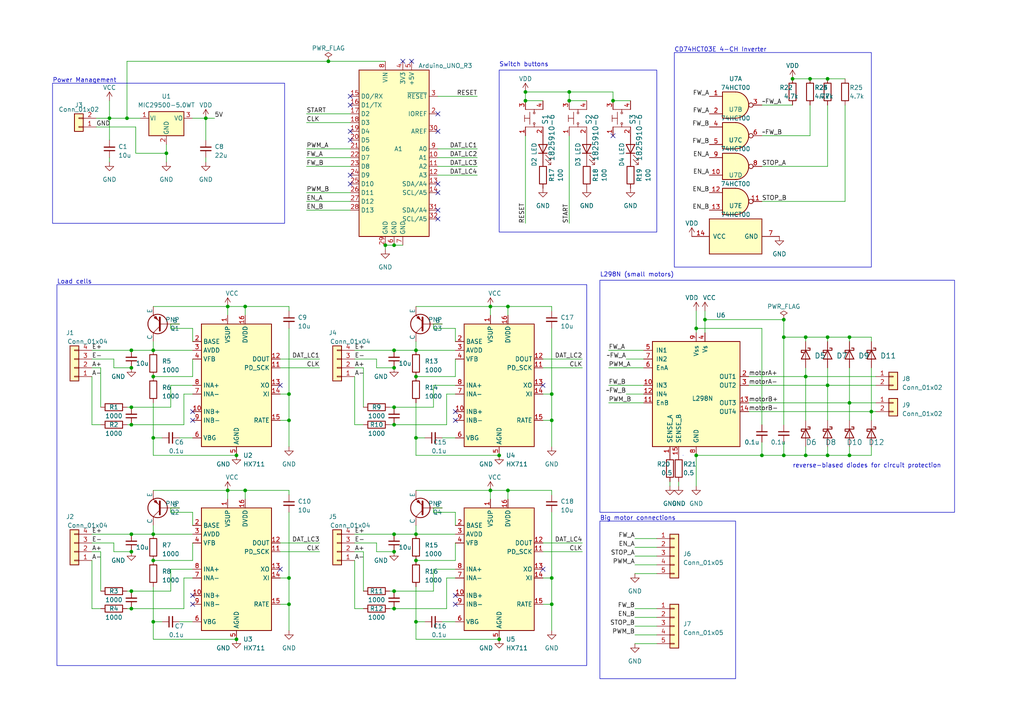
<source format=kicad_sch>
(kicad_sch (version 20230121) (generator eeschema)
  (paper "A4")
  (junction (at 240.03 22.86))
  (junction (at 240.03 111.76))
  (junction (at 152.4 26.67))
  (junction (at 201.93 95.25))
  (junction (at 66.04 88.9))
  (junction (at 160.02 121.92))
  (junction (at 83.82 167.64))
  (junction (at 44.45 109.22))
  (junction (at 38.1 123.19))
  (junction (at 114.3 101.6))
  (junction (at 120.65 154.94))
  (junction (at 120.65 127))
  (junction (at 142.24 88.9))
  (junction (at 38.1 106.68))
  (junction (at 66.04 142.24))
  (junction (at 44.45 180.34))
  (junction (at 227.33 92.71))
  (junction (at 233.68 109.22))
  (junction (at 120.65 101.6))
  (junction (at 246.38 116.84))
  (junction (at 44.45 127))
  (junction (at 142.24 142.24))
  (junction (at 177.8 29.21))
  (junction (at 31.75 34.29))
  (junction (at 114.3 106.68))
  (junction (at 114.3 71.12))
  (junction (at 68.58 185.42))
  (junction (at 227.33 132.08))
  (junction (at 246.38 97.79))
  (junction (at 227.33 97.79))
  (junction (at 160.02 175.26))
  (junction (at 165.1 26.67))
  (junction (at 204.47 92.71))
  (junction (at 160.02 114.3))
  (junction (at 114.3 154.94))
  (junction (at 252.73 119.38))
  (junction (at 165.1 29.21))
  (junction (at 71.12 88.9))
  (junction (at 233.68 132.08))
  (junction (at 120.65 162.56))
  (junction (at 114.3 176.53))
  (junction (at 38.1 160.02))
  (junction (at 114.3 123.19))
  (junction (at 36.83 34.29))
  (junction (at 111.76 71.12))
  (junction (at 38.1 176.53))
  (junction (at 114.3 160.02))
  (junction (at 83.82 175.26))
  (junction (at 48.26 44.45))
  (junction (at 83.82 114.3))
  (junction (at 68.58 132.08))
  (junction (at 95.25 17.78))
  (junction (at 120.65 109.22))
  (junction (at 229.87 22.86))
  (junction (at 114.3 171.45))
  (junction (at 144.78 132.08))
  (junction (at 38.1 171.45))
  (junction (at 120.65 180.34))
  (junction (at 38.1 101.6))
  (junction (at 246.38 132.08))
  (junction (at 147.32 88.9))
  (junction (at 240.03 132.08))
  (junction (at 152.4 29.21))
  (junction (at 83.82 121.92))
  (junction (at 144.78 185.42))
  (junction (at 38.1 154.94))
  (junction (at 44.45 101.6))
  (junction (at 234.95 22.86))
  (junction (at 147.32 142.24))
  (junction (at 38.1 118.11))
  (junction (at 44.45 154.94))
  (junction (at 240.03 97.79))
  (junction (at 71.12 142.24))
  (junction (at 201.93 132.08))
  (junction (at 44.45 162.56))
  (junction (at 220.98 132.08))
  (junction (at 233.68 97.79))
  (junction (at 160.02 167.64))
  (junction (at 114.3 118.11))
  (junction (at 59.69 34.29))
  (no_connect (at 127 53.34))
  (no_connect (at 132.08 172.72))
  (no_connect (at 127 38.1))
  (no_connect (at 132.08 119.38))
  (no_connect (at 81.28 165.1))
  (no_connect (at 55.88 121.92))
  (no_connect (at 157.48 165.1))
  (no_connect (at 101.6 27.94))
  (no_connect (at 55.88 119.38))
  (no_connect (at 101.6 30.48))
  (no_connect (at 127 55.88))
  (no_connect (at 101.6 50.8))
  (no_connect (at 101.6 53.34))
  (no_connect (at 127 60.96))
  (no_connect (at 55.88 175.26))
  (no_connect (at 177.8 39.37))
  (no_connect (at 157.48 111.76))
  (no_connect (at 132.08 121.92))
  (no_connect (at 101.6 38.1))
  (no_connect (at 127 63.5))
  (no_connect (at 81.28 111.76))
  (no_connect (at 127 33.02))
  (no_connect (at 132.08 175.26))
  (no_connect (at 101.6 40.64))
  (no_connect (at 119.38 17.78))
  (no_connect (at 55.88 172.72))
  (no_connect (at 116.84 17.78))
  (wire (pts (xy 157.48 157.48) (xy 168.91 157.48)))
  (wire (pts (xy 26.67 160.02) (xy 29.21 160.02)))
  (wire (pts (xy 176.53 101.6) (xy 186.69 101.6)))
  (wire (pts (xy 88.9 55.88) (xy 101.6 55.88)))
  (wire (pts (xy 132.08 109.22) (xy 120.65 109.22)))
  (wire (pts (xy 160.02 95.25) (xy 160.02 114.3)))
  (wire (pts (xy 160.02 143.51) (xy 160.02 142.24)))
  (wire (pts (xy 254 116.84) (xy 246.38 116.84)))
  (wire (pts (xy 102.87 101.6) (xy 114.3 101.6)))
  (wire (pts (xy 49.53 148.59) (xy 55.88 148.59)))
  (wire (pts (xy 26.67 109.22) (xy 26.67 123.19)))
  (wire (pts (xy 132.08 95.25) (xy 132.08 99.06)))
  (wire (pts (xy 132.08 148.59) (xy 132.08 152.4)))
  (wire (pts (xy 81.28 106.68) (xy 92.71 106.68)))
  (wire (pts (xy 29.21 118.11) (xy 29.21 106.68)))
  (wire (pts (xy 81.28 121.92) (xy 83.82 121.92)))
  (wire (pts (xy 26.67 162.56) (xy 26.67 176.53)))
  (wire (pts (xy 52.07 127) (xy 55.88 127)))
  (wire (pts (xy 53.34 167.64) (xy 53.34 176.53)))
  (wire (pts (xy 165.1 26.67) (xy 165.1 29.21)))
  (wire (pts (xy 114.3 176.53) (xy 129.54 176.53)))
  (wire (pts (xy 114.3 123.19) (xy 129.54 123.19)))
  (wire (pts (xy 105.41 118.11) (xy 105.41 106.68)))
  (wire (pts (xy 38.1 118.11) (xy 49.53 118.11)))
  (wire (pts (xy 240.03 111.76) (xy 240.03 121.92)))
  (wire (pts (xy 38.1 123.19) (xy 53.34 123.19)))
  (wire (pts (xy 233.68 106.68) (xy 233.68 109.22)))
  (wire (pts (xy 66.04 142.24) (xy 66.04 144.78)))
  (wire (pts (xy 49.53 148.59) (xy 49.53 147.32)))
  (wire (pts (xy 157.48 175.26) (xy 160.02 175.26)))
  (wire (pts (xy 38.1 118.11) (xy 36.83 118.11)))
  (wire (pts (xy 66.04 88.9) (xy 66.04 91.44)))
  (wire (pts (xy 33.02 157.48) (xy 33.02 160.02)))
  (wire (pts (xy 81.28 175.26) (xy 83.82 175.26)))
  (wire (pts (xy 59.69 34.29) (xy 62.23 34.29)))
  (wire (pts (xy 184.15 161.29) (xy 190.5 161.29)))
  (wire (pts (xy 157.48 121.92) (xy 160.02 121.92)))
  (wire (pts (xy 95.25 17.78) (xy 111.76 17.78)))
  (wire (pts (xy 120.65 116.84) (xy 120.65 127)))
  (wire (pts (xy 81.28 160.02) (xy 92.71 160.02)))
  (wire (pts (xy 49.53 95.25) (xy 49.53 93.98)))
  (wire (pts (xy 132.08 162.56) (xy 120.65 162.56)))
  (wire (pts (xy 196.85 139.7) (xy 196.85 140.97)))
  (wire (pts (xy 53.34 114.3) (xy 53.34 123.19)))
  (wire (pts (xy 31.75 45.72) (xy 31.75 46.99)))
  (wire (pts (xy 113.03 176.53) (xy 114.3 176.53)))
  (wire (pts (xy 102.87 106.68) (xy 105.41 106.68)))
  (wire (pts (xy 142.24 142.24) (xy 147.32 142.24)))
  (wire (pts (xy 246.38 97.79) (xy 252.73 97.79)))
  (wire (pts (xy 49.53 95.25) (xy 55.88 95.25)))
  (wire (pts (xy 49.53 165.1) (xy 55.88 165.1)))
  (wire (pts (xy 246.38 97.79) (xy 246.38 99.06)))
  (wire (pts (xy 181.61 104.14) (xy 186.69 104.14)))
  (wire (pts (xy 48.26 46.99) (xy 48.26 44.45)))
  (wire (pts (xy 26.67 157.48) (xy 33.02 157.48)))
  (wire (pts (xy 152.4 39.37) (xy 152.4 64.77)))
  (wire (pts (xy 31.75 34.29) (xy 31.75 40.64)))
  (wire (pts (xy 111.76 71.12) (xy 111.76 72.39)))
  (wire (pts (xy 120.65 170.18) (xy 120.65 180.34)))
  (wire (pts (xy 38.1 171.45) (xy 49.53 171.45)))
  (wire (pts (xy 83.82 90.17) (xy 83.82 88.9)))
  (wire (pts (xy 252.73 129.54) (xy 252.73 132.08)))
  (wire (pts (xy 83.82 88.9) (xy 71.12 88.9)))
  (wire (pts (xy 129.54 114.3) (xy 132.08 114.3)))
  (wire (pts (xy 59.69 45.72) (xy 59.69 46.99)))
  (wire (pts (xy 114.3 154.94) (xy 120.65 154.94)))
  (wire (pts (xy 129.54 167.64) (xy 132.08 167.64)))
  (wire (pts (xy 44.45 180.34) (xy 44.45 185.42)))
  (wire (pts (xy 125.73 93.98) (xy 128.27 93.98)))
  (wire (pts (xy 160.02 175.26) (xy 160.02 182.88)))
  (wire (pts (xy 127 27.94) (xy 138.43 27.94)))
  (wire (pts (xy 102.87 162.56) (xy 102.87 176.53)))
  (wire (pts (xy 55.88 162.56) (xy 44.45 162.56)))
  (wire (pts (xy 233.68 129.54) (xy 233.68 132.08)))
  (wire (pts (xy 254 109.22) (xy 233.68 109.22)))
  (wire (pts (xy 88.9 35.56) (xy 101.6 35.56)))
  (wire (pts (xy 44.45 101.6) (xy 44.45 99.06)))
  (wire (pts (xy 204.47 92.71) (xy 227.33 92.71)))
  (wire (pts (xy 120.65 101.6) (xy 120.65 99.06)))
  (wire (pts (xy 233.68 97.79) (xy 240.03 97.79)))
  (wire (pts (xy 184.15 158.75) (xy 190.5 158.75)))
  (wire (pts (xy 33.02 106.68) (xy 38.1 106.68)))
  (wire (pts (xy 36.83 123.19) (xy 38.1 123.19)))
  (wire (pts (xy 120.65 132.08) (xy 144.78 132.08)))
  (wire (pts (xy 109.22 160.02) (xy 114.3 160.02)))
  (wire (pts (xy 240.03 97.79) (xy 240.03 99.06)))
  (wire (pts (xy 26.67 104.14) (xy 33.02 104.14)))
  (wire (pts (xy 88.9 33.02) (xy 101.6 33.02)))
  (wire (pts (xy 147.32 142.24) (xy 147.32 144.78)))
  (wire (pts (xy 220.98 95.25) (xy 220.98 123.19)))
  (wire (pts (xy 38.1 101.6) (xy 44.45 101.6)))
  (wire (pts (xy 88.9 60.96) (xy 101.6 60.96)))
  (wire (pts (xy 59.69 34.29) (xy 59.69 40.64)))
  (wire (pts (xy 128.27 127) (xy 132.08 127)))
  (wire (pts (xy 120.65 185.42) (xy 144.78 185.42)))
  (wire (pts (xy 44.45 127) (xy 44.45 132.08)))
  (wire (pts (xy 49.53 165.1) (xy 49.53 171.45)))
  (wire (pts (xy 157.48 104.14) (xy 168.91 104.14)))
  (wire (pts (xy 234.95 30.48) (xy 234.95 39.37)))
  (wire (pts (xy 88.9 58.42) (xy 101.6 58.42)))
  (wire (pts (xy 33.02 104.14) (xy 33.02 106.68)))
  (wire (pts (xy 125.73 111.76) (xy 132.08 111.76)))
  (wire (pts (xy 29.21 171.45) (xy 29.21 160.02)))
  (wire (pts (xy 217.17 109.22) (xy 233.68 109.22)))
  (wire (pts (xy 132.08 104.14) (xy 132.08 109.22)))
  (wire (pts (xy 227.33 92.71) (xy 227.33 97.79)))
  (wire (pts (xy 83.82 95.25) (xy 83.82 114.3)))
  (wire (pts (xy 125.73 147.32) (xy 128.27 147.32)))
  (wire (pts (xy 49.53 111.76) (xy 55.88 111.76)))
  (wire (pts (xy 220.98 128.27) (xy 220.98 132.08)))
  (wire (pts (xy 111.76 71.12) (xy 114.3 71.12)))
  (wire (pts (xy 39.37 44.45) (xy 48.26 44.45)))
  (wire (pts (xy 254 111.76) (xy 240.03 111.76)))
  (wire (pts (xy 120.65 154.94) (xy 132.08 154.94)))
  (wire (pts (xy 176.53 106.68) (xy 186.69 106.68)))
  (wire (pts (xy 157.48 114.3) (xy 160.02 114.3)))
  (wire (pts (xy 160.02 148.59) (xy 160.02 167.64)))
  (wire (pts (xy 36.83 34.29) (xy 40.64 34.29)))
  (wire (pts (xy 38.1 154.94) (xy 44.45 154.94)))
  (wire (pts (xy 240.03 48.26) (xy 220.98 48.26)))
  (wire (pts (xy 114.3 71.12) (xy 116.84 71.12)))
  (wire (pts (xy 83.82 167.64) (xy 83.82 175.26)))
  (wire (pts (xy 33.02 160.02) (xy 38.1 160.02)))
  (wire (pts (xy 160.02 142.24) (xy 147.32 142.24)))
  (wire (pts (xy 184.15 181.61) (xy 190.5 181.61)))
  (wire (pts (xy 245.11 30.48) (xy 245.11 58.42)))
  (wire (pts (xy 66.04 142.24) (xy 71.12 142.24)))
  (wire (pts (xy 102.87 160.02) (xy 105.41 160.02)))
  (wire (pts (xy 49.53 147.32) (xy 52.07 147.32)))
  (wire (pts (xy 233.68 97.79) (xy 233.68 99.06)))
  (wire (pts (xy 132.08 157.48) (xy 132.08 162.56)))
  (wire (pts (xy 147.32 88.9) (xy 147.32 91.44)))
  (wire (pts (xy 157.48 167.64) (xy 160.02 167.64)))
  (wire (pts (xy 125.73 165.1) (xy 132.08 165.1)))
  (wire (pts (xy 39.37 36.83) (xy 39.37 44.45)))
  (wire (pts (xy 53.34 167.64) (xy 55.88 167.64)))
  (wire (pts (xy 114.3 118.11) (xy 125.73 118.11)))
  (wire (pts (xy 102.87 154.94) (xy 114.3 154.94)))
  (wire (pts (xy 152.4 29.21) (xy 157.48 29.21)))
  (wire (pts (xy 38.1 171.45) (xy 36.83 171.45)))
  (wire (pts (xy 184.15 163.83) (xy 190.5 163.83)))
  (wire (pts (xy 125.73 95.25) (xy 125.73 93.98)))
  (wire (pts (xy 36.83 176.53) (xy 38.1 176.53)))
  (wire (pts (xy 246.38 106.68) (xy 246.38 116.84)))
  (wire (pts (xy 125.73 111.76) (xy 125.73 118.11)))
  (wire (pts (xy 83.82 142.24) (xy 71.12 142.24)))
  (wire (pts (xy 27.94 36.83) (xy 39.37 36.83)))
  (wire (pts (xy 31.75 34.29) (xy 36.83 34.29)))
  (wire (pts (xy 109.22 104.14) (xy 109.22 106.68)))
  (wire (pts (xy 36.83 17.78) (xy 95.25 17.78)))
  (wire (pts (xy 125.73 95.25) (xy 132.08 95.25)))
  (wire (pts (xy 125.73 148.59) (xy 125.73 147.32)))
  (wire (pts (xy 109.22 157.48) (xy 109.22 160.02)))
  (wire (pts (xy 176.53 116.84) (xy 186.69 116.84)))
  (wire (pts (xy 240.03 22.86) (xy 245.11 22.86)))
  (wire (pts (xy 252.73 97.79) (xy 252.73 99.06)))
  (wire (pts (xy 53.34 114.3) (xy 55.88 114.3)))
  (wire (pts (xy 184.15 176.53) (xy 190.5 176.53)))
  (wire (pts (xy 220.98 132.08) (xy 227.33 132.08)))
  (wire (pts (xy 160.02 88.9) (xy 147.32 88.9)))
  (wire (pts (xy 234.95 39.37) (xy 220.98 39.37)))
  (wire (pts (xy 194.31 139.7) (xy 194.31 140.97)))
  (wire (pts (xy 157.48 106.68) (xy 168.91 106.68)))
  (wire (pts (xy 160.02 167.64) (xy 160.02 175.26)))
  (wire (pts (xy 177.8 29.21) (xy 182.88 29.21)))
  (wire (pts (xy 165.1 39.37) (xy 165.1 64.77)))
  (wire (pts (xy 52.07 180.34) (xy 55.88 180.34)))
  (wire (pts (xy 44.45 142.24) (xy 66.04 142.24)))
  (wire (pts (xy 114.3 171.45) (xy 125.73 171.45)))
  (wire (pts (xy 201.93 95.25) (xy 201.93 96.52)))
  (wire (pts (xy 102.87 123.19) (xy 105.41 123.19)))
  (wire (pts (xy 83.82 143.51) (xy 83.82 142.24)))
  (wire (pts (xy 246.38 116.84) (xy 246.38 121.92)))
  (wire (pts (xy 46.99 127) (xy 44.45 127)))
  (wire (pts (xy 181.61 114.3) (xy 186.69 114.3)))
  (wire (pts (xy 246.38 129.54) (xy 246.38 132.08)))
  (wire (pts (xy 88.9 48.26) (xy 101.6 48.26)))
  (wire (pts (xy 48.26 41.91) (xy 48.26 44.45)))
  (wire (pts (xy 184.15 179.07) (xy 190.5 179.07)))
  (wire (pts (xy 88.9 45.72) (xy 101.6 45.72)))
  (wire (pts (xy 129.54 114.3) (xy 129.54 123.19)))
  (wire (pts (xy 120.65 154.94) (xy 120.65 152.4)))
  (wire (pts (xy 142.24 88.9) (xy 147.32 88.9)))
  (wire (pts (xy 26.67 101.6) (xy 38.1 101.6)))
  (wire (pts (xy 184.15 184.15) (xy 190.5 184.15)))
  (wire (pts (xy 229.87 22.86) (xy 234.95 22.86)))
  (wire (pts (xy 81.28 104.14) (xy 92.71 104.14)))
  (wire (pts (xy 71.12 88.9) (xy 71.12 91.44)))
  (wire (pts (xy 102.87 109.22) (xy 102.87 123.19)))
  (wire (pts (xy 201.93 140.97) (xy 201.93 132.08)))
  (wire (pts (xy 204.47 90.17) (xy 204.47 92.71)))
  (wire (pts (xy 138.43 50.8) (xy 127 50.8)))
  (wire (pts (xy 160.02 114.3) (xy 160.02 121.92)))
  (wire (pts (xy 240.03 106.68) (xy 240.03 111.76)))
  (wire (pts (xy 44.45 170.18) (xy 44.45 180.34)))
  (wire (pts (xy 220.98 30.48) (xy 229.87 30.48)))
  (wire (pts (xy 233.68 132.08) (xy 240.03 132.08)))
  (wire (pts (xy 246.38 132.08) (xy 252.73 132.08)))
  (wire (pts (xy 254 119.38) (xy 252.73 119.38)))
  (wire (pts (xy 240.03 30.48) (xy 240.03 48.26)))
  (wire (pts (xy 138.43 45.72) (xy 127 45.72)))
  (wire (pts (xy 44.45 132.08) (xy 68.58 132.08)))
  (wire (pts (xy 201.93 132.08) (xy 220.98 132.08)))
  (wire (pts (xy 142.24 88.9) (xy 142.24 91.44)))
  (wire (pts (xy 227.33 97.79) (xy 227.33 123.19)))
  (wire (pts (xy 160.02 90.17) (xy 160.02 88.9)))
  (wire (pts (xy 227.33 97.79) (xy 233.68 97.79)))
  (wire (pts (xy 217.17 119.38) (xy 252.73 119.38)))
  (wire (pts (xy 120.65 101.6) (xy 132.08 101.6)))
  (wire (pts (xy 83.82 121.92) (xy 83.82 129.54)))
  (wire (pts (xy 184.15 166.37) (xy 190.5 166.37)))
  (wire (pts (xy 201.93 90.17) (xy 201.93 95.25)))
  (wire (pts (xy 36.83 34.29) (xy 36.83 17.78)))
  (wire (pts (xy 177.8 26.67) (xy 177.8 29.21)))
  (wire (pts (xy 26.67 176.53) (xy 29.21 176.53)))
  (wire (pts (xy 26.67 154.94) (xy 38.1 154.94)))
  (wire (pts (xy 120.65 127) (xy 120.65 132.08)))
  (wire (pts (xy 44.45 185.42) (xy 68.58 185.42)))
  (wire (pts (xy 81.28 167.64) (xy 83.82 167.64)))
  (wire (pts (xy 217.17 116.84) (xy 246.38 116.84)))
  (wire (pts (xy 120.65 88.9) (xy 142.24 88.9)))
  (wire (pts (xy 120.65 180.34) (xy 120.65 185.42)))
  (wire (pts (xy 102.87 157.48) (xy 109.22 157.48)))
  (wire (pts (xy 44.45 101.6) (xy 55.88 101.6)))
  (wire (pts (xy 113.03 123.19) (xy 114.3 123.19)))
  (wire (pts (xy 105.41 171.45) (xy 105.41 160.02)))
  (wire (pts (xy 31.75 29.21) (xy 31.75 34.29)))
  (wire (pts (xy 201.93 95.25) (xy 220.98 95.25)))
  (wire (pts (xy 142.24 142.24) (xy 142.24 144.78)))
  (wire (pts (xy 66.04 88.9) (xy 71.12 88.9)))
  (wire (pts (xy 49.53 111.76) (xy 49.53 118.11)))
  (wire (pts (xy 217.17 111.76) (xy 240.03 111.76)))
  (wire (pts (xy 252.73 106.68) (xy 252.73 119.38)))
  (wire (pts (xy 55.88 104.14) (xy 55.88 109.22)))
  (wire (pts (xy 160.02 121.92) (xy 160.02 129.54)))
  (wire (pts (xy 83.82 148.59) (xy 83.82 167.64)))
  (wire (pts (xy 125.73 165.1) (xy 125.73 171.45)))
  (wire (pts (xy 128.27 180.34) (xy 132.08 180.34)))
  (wire (pts (xy 157.48 160.02) (xy 168.91 160.02)))
  (wire (pts (xy 252.73 119.38) (xy 252.73 121.92)))
  (wire (pts (xy 165.1 26.67) (xy 177.8 26.67)))
  (wire (pts (xy 88.9 43.18) (xy 101.6 43.18)))
  (wire (pts (xy 83.82 175.26) (xy 83.82 182.88)))
  (wire (pts (xy 152.4 26.67) (xy 152.4 29.21)))
  (wire (pts (xy 125.73 148.59) (xy 132.08 148.59)))
  (wire (pts (xy 46.99 180.34) (xy 44.45 180.34)))
  (wire (pts (xy 81.28 157.48) (xy 92.71 157.48)))
  (wire (pts (xy 55.88 157.48) (xy 55.88 162.56)))
  (wire (pts (xy 109.22 106.68) (xy 114.3 106.68)))
  (wire (pts (xy 120.65 142.24) (xy 142.24 142.24)))
  (wire (pts (xy 49.53 93.98) (xy 52.07 93.98)))
  (wire (pts (xy 44.45 154.94) (xy 55.88 154.94)))
  (wire (pts (xy 26.67 106.68) (xy 29.21 106.68)))
  (wire (pts (xy 123.19 127) (xy 120.65 127)))
  (wire (pts (xy 114.3 101.6) (xy 120.65 101.6)))
  (wire (pts (xy 44.45 88.9) (xy 66.04 88.9)))
  (wire (pts (xy 184.15 156.21) (xy 190.5 156.21)))
  (wire (pts (xy 123.19 180.34) (xy 120.65 180.34)))
  (wire (pts (xy 83.82 114.3) (xy 83.82 121.92)))
  (wire (pts (xy 27.94 34.29) (xy 31.75 34.29)))
  (wire (pts (xy 55.88 148.59) (xy 55.88 152.4)))
  (wire (pts (xy 138.43 48.26) (xy 127 48.26)))
  (wire (pts (xy 102.87 104.14) (xy 109.22 104.14)))
  (wire (pts (xy 165.1 29.21) (xy 170.18 29.21)))
  (wire (pts (xy 81.28 114.3) (xy 83.82 114.3)))
  (wire (pts (xy 234.95 22.86) (xy 240.03 22.86)))
  (wire (pts (xy 102.87 176.53) (xy 105.41 176.53)))
  (wire (pts (xy 38.1 176.53) (xy 53.34 176.53)))
  (wire (pts (xy 233.68 109.22) (xy 233.68 121.92)))
  (wire (pts (xy 245.11 58.42) (xy 220.98 58.42)))
  (wire (pts (xy 227.33 132.08) (xy 233.68 132.08)))
  (wire (pts (xy 114.3 171.45) (xy 113.03 171.45)))
  (wire (pts (xy 240.03 97.79) (xy 246.38 97.79)))
  (wire (pts (xy 55.88 34.29) (xy 59.69 34.29)))
  (wire (pts (xy 138.43 43.18) (xy 127 43.18)))
  (wire (pts (xy 129.54 167.64) (xy 129.54 176.53)))
  (wire (pts (xy 114.3 118.11) (xy 113.03 118.11)))
  (wire (pts (xy 55.88 109.22) (xy 44.45 109.22)))
  (wire (pts (xy 71.12 142.24) (xy 71.12 144.78)))
  (wire (pts (xy 204.47 92.71) (xy 204.47 96.52)))
  (wire (pts (xy 55.88 95.25) (xy 55.88 99.06)))
  (wire (pts (xy 44.45 154.94) (xy 44.45 152.4)))
  (wire (pts (xy 44.45 116.84) (xy 44.45 127)))
  (wire (pts (xy 26.67 123.19) (xy 29.21 123.19)))
  (wire (pts (xy 152.4 26.67) (xy 165.1 26.67)))
  (wire (pts (xy 240.03 129.54) (xy 240.03 132.08)))
  (wire (pts (xy 227.33 128.27) (xy 227.33 132.08)))
  (wire (pts (xy 240.03 132.08) (xy 246.38 132.08)))
  (wire (pts (xy 184.15 186.69) (xy 190.5 186.69)))
  (wire (pts (xy 176.53 111.76) (xy 186.69 111.76)))
  (rectangle (start 173.99 81.28) (end 276.86 148.59))
  (rectangle (start 195.58 15.24) (end 252.73 77.47))
  (rectangle (start 144.78 20.32) (end 190.5 67.31))
  (rectangle (start 15.24 24.13) (end 82.55 64.77))
  (rectangle (start 198.12 132.08) (end 198.12 132.08))
  (rectangle (start 173.99 151.13) (end 213.36 196.85))
  (rectangle (start 16.51 82.55) (end 170.18 193.04))
  (text "CD74HCT03E 4-CH Inverter\n" (at 195.58 15.24 0) (effects (font (size 1.27 1.27)) (justify left bottom)))
  (text "Switch buttons\n\n" (at 144.78 21.59 0) (effects (font (size 1.27 1.27)) (justify left bottom)))
  (text "Load cells\n" (at 16.51 82.55 0) (effects (font (size 1.27 1.27)) (justify left bottom)))
  (text "reverse-biased diodes for circuit protection" (at 229.87 135.89 0) (effects (font (size 1.27 1.27)) (justify left bottom)))
  (text "L298N (small motors)\n\n" (at 173.99 82.55 0) (effects (font (size 1.27 1.27)) (justify left bottom)))
  (text "Power Management\n" (at 15.24 24.13 0) (effects (font (size 1.27 1.27)) (justify left bottom)))
  (text "Big motor connections\n" (at 173.99 151.13 0) (effects (font (size 1.27 1.27)) (justify left bottom)))
  (label "E-" (at 26.67 104.14 0))
  (label "E+" (at 102.87 101.6 0))
  (label "DAT_LC3" (at 138.43 48.26 180))
  (label "A-" (at 102.87 162.56 0))
  (label "E-" (at 102.87 157.48 0))
  (label "~FW_A" (at 181.61 104.14 180))
  (label "STOP_A" (at 184.15 161.29 180))
  (label "CLK" (at 168.91 106.68 180))
  (label "~FW_B" (at 220.98 39.37 0))
  (label "DAT_LC1" (at 138.43 43.18 180))
  (label "FW_A" (at 88.9 45.72 0))
  (label "EN_B" (at 184.15 179.07 180))
  (label "A+" (at 26.67 106.68 0))
  (label "A+" (at 102.87 160.02 0))
  (label "E+" (at 26.67 154.94 0))
  (label "A-" (at 26.67 109.22 0))
  (label "PWM_B" (at 176.53 116.84 0))
  (label "STOP_B" (at 220.98 58.42 0))
  (label "FW_B" (at 205.74 41.91 180))
  (label "motorB+" (at 217.17 116.84 0))
  (label "FW_A" (at 176.53 101.6 0))
  (label "PWM_A" (at 184.15 163.83 180))
  (label "DAT_LC3" (at 92.71 157.48 180))
  (label "EN_A" (at 88.9 58.42 0))
  (label "motorB-" (at 217.17 119.38 0))
  (label "DAT_LC2" (at 138.43 45.72 180))
  (label "A+" (at 26.67 160.02 0))
  (label "START" (at 165.1 64.77 90))
  (label "FW_B" (at 176.53 111.76 0))
  (label "EN_B" (at 205.74 60.96 180))
  (label "FW_A" (at 184.15 156.21 180))
  (label "START" (at 88.9 33.02 0))
  (label "FW_A" (at 205.74 27.94 180))
  (label "A-" (at 102.87 109.22 0))
  (label "CLK" (at 88.9 35.56 0))
  (label "RESET" (at 152.4 64.77 90))
  (label "GND" (at 27.94 36.83 0))
  (label "~FW_A" (at 220.98 30.48 0))
  (label "RESET" (at 138.43 27.94 180))
  (label "CLK" (at 168.91 160.02 180))
  (label "motorA-" (at 217.17 111.76 0))
  (label "DAT_LC2" (at 168.91 104.14 180))
  (label "STOP_B" (at 184.15 181.61 180))
  (label "CLK" (at 92.71 160.02 180))
  (label "motorA+" (at 217.17 109.22 0))
  (label "5V" (at 62.23 34.29 0))
  (label "FW_B" (at 205.74 36.83 180))
  (label "EN_B" (at 88.9 60.96 0))
  (label "FW_A" (at 205.74 33.02 180))
  (label "DAT_LC1" (at 92.71 104.14 180))
  (label "E+" (at 26.67 101.6 0))
  (label "PWM_B" (at 184.15 184.15 180))
  (label "EN_A" (at 205.74 45.72 180))
  (label "PWM_A" (at 176.53 106.68 0))
  (label "DAT_LC4" (at 168.91 157.48 180))
  (label "E+" (at 102.87 154.94 0))
  (label "PWM_A" (at 88.9 43.18 0))
  (label "CLK" (at 92.71 106.68 180))
  (label "~FW_B" (at 181.61 114.3 180))
  (label "A+" (at 102.87 106.68 0))
  (label "EN_A" (at 205.74 50.8 180))
  (label "STOP_A" (at 220.98 48.26 0))
  (label "E-" (at 26.67 157.48 0))
  (label "FW_B" (at 184.15 176.53 180))
  (label "EN_A" (at 184.15 158.75 180))
  (label "E-" (at 102.87 104.14 0))
  (label "DAT_LC4" (at 138.43 50.8 180))
  (label "PWM_B" (at 88.9 55.88 0))
  (label "FW_B" (at 88.9 48.26 0))
  (label "A-" (at 26.67 162.56 0))
  (label "EN_B" (at 205.74 55.88 180))
  (symbol (lib_id "power:GND") (at 226.06 68.58 0) (unit 1)
    (property "Reference" "#PWR036" (effects hide))
    (property "Value" "GND" (at 226.06 73.66 0))
  )
  (symbol (lib_id "Device:R") (at 196.85 135.89 0) (unit 1)
    (property "Reference" "R21" (at 198.12 134.62 0) (effects (justify left)))
    (property "Value" "0.5" (at 198.12 137.16 0) (effects (justify left)))
    (property "Footprint" "Resistor_THT:R_Axial_DIN0204_L3.6mm_D1.6mm_P2.54mm_Vertical" (effects hide))
  )
  (symbol (lib_id "power:GND") (at 201.93 140.97 0) (unit 1)
    (property "Reference" "#PWR034" (effects hide))
    (property "Value" "GND" (at 201.93 146.05 0))
  )
  (symbol (lib_id "Device:R") (at 120.65 105.41 0) (unit 1)
    (property "Reference" "R13" (at 123.19 104.775 0) (effects (justify left)))
    (property "Value" "1000" (at 123.19 107.315 0) (effects (justify left)))
    (property "Footprint" "Resistor_THT:R_Axial_DIN0204_L3.6mm_D1.6mm_P2.54mm_Vertical" (effects hide))
  )
  (symbol (lib_id "power:GND") (at 144.78 132.08 0) (unit 1)
    (property "Reference" "#PWR020" (effects hide))
    (property "Value" "GND" (at 140.97 134.62 0))
  )
  (symbol (lib_id "Device:R") (at 157.48 50.8 180) (unit 1)
    (property "Reference" "R17" (at 160.02 50.8 90))
    (property "Value" "100" (at 162.56 50.8 90))
    (property "Footprint" "Resistor_THT:R_Axial_DIN0204_L3.6mm_D1.6mm_P2.54mm_Vertical" (effects hide))
  )
  (symbol (lib_id "Device:R") (at 109.22 123.19 270) (unit 1)
    (property "Reference" "R10" (at 109.22 123.19 90))
    (property "Value" "1000" (at 109.22 125.73 90))
    (property "Footprint" "Resistor_THT:R_Axial_DIN0204_L3.6mm_D1.6mm_P2.54mm_Vertical" (effects hide))
  )
  (symbol (lib_id "power:PWR_FLAG") (at 227.33 92.71 0) (unit 1)
    (property "Reference" "#FLG02" (effects hide))
    (property "Value" "PWR_FLAG" (at 227.33 88.9 0))
  )
  (symbol (lib_id "Device:C_Small") (at 160.02 146.05 0) (unit 1)
    (property "Reference" "C18" (at 162.56 145.4213 0) (effects (justify left)))
    (property "Value" "10u" (at 162.56 147.9613 0) (effects (justify left)))
    (property "Footprint" "Capacitor_THT:CP_Radial_D5.0mm_P2.50mm" (effects hide))
  )
  (symbol (lib_id "power:VCC") (at 31.75 29.21 0) (unit 1)
    (property "Reference" "#PWR01" (effects hide))
    (property "Value" "VCC" (at 31.75 25.4 0))
  )
  (symbol (lib_id "MCU_Module:Arduino_UNO_R3") (at 114.3 43.18 0) (unit 1)
    (property "Reference" "A1" (at 114.3 43.18 0) (effects (justify left)))
    (property "Value" "Arduino_UNO_R3" (at 121.3359 19.05 0) (effects (justify left)))
    (property "Footprint" "Module:Arduino_UNO_R3" (effects hide))
    (property "Datasheet" "https://www.arduino.cc/en/Main/arduinoBoardUno" (effects hide))
  )
  (symbol (lib_id "Device:R") (at 109.22 176.53 270) (unit 1)
    (property "Reference" "R12" (at 109.22 176.53 90))
    (property "Value" "1000" (at 109.22 179.07 90))
    (property "Footprint" "Resistor_THT:R_Axial_DIN0204_L3.6mm_D1.6mm_P2.54mm_Vertical" (effects hide))
  )
  (symbol (lib_id "power:GND") (at 194.31 140.97 0) (unit 1)
    (property "Reference" "#PWR030" (effects hide))
    (property "Value" "GND" (at 194.31 146.05 0))
  )
  (symbol (lib_id "power:PWR_FLAG") (at 95.25 17.78 0) (unit 1)
    (property "Reference" "#FLG01" (effects hide))
    (property "Value" "PWR_FLAG" (at 95.25 13.97 0))
  )
  (symbol (lib_id "Device:LED") (at 170.18 43.18 90) (unit 1)
    (property "Reference" "D3" (at 167.64 46.99 0))
    (property "Value" "LED" (at 167.64 43.18 0))
    (property "Footprint" "LED_THT:LED_D1.8mm_W1.8mm_H2.4mm_Horizontal_O1.27mm_Z1.6mm" (effects hide))
  )
  (symbol (lib_id "Device:R") (at 33.02 171.45 270) (unit 1)
    (property "Reference" "R3" (at 33.02 171.45 90))
    (property "Value" "1000" (at 33.02 173.99 90))
    (property "Footprint" "Resistor_THT:R_Axial_DIN0204_L3.6mm_D1.6mm_P2.54mm_Vertical" (effects hide))
  )
  (symbol (lib_id "Device:C_Small") (at 227.33 125.73 0) (unit 1)
    (property "Reference" "C20" (effects hide))
    (property "Value" "0.1u" (at 223.52 128.27 0) (effects (justify left)))
    (property "Footprint" "Capacitor_THT:CP_Radial_Tantal_D5.5mm_P2.50mm" (effects hide))
  )
  (symbol (lib_id "dk_Tactile-Switches:1825910-6") (at 154.94 34.29 90) (unit 1)
    (property "Reference" "S1" (at 158.115 33.02 0) (effects (font (size 1.524 1.524)) (justify right)))
    (property "Value" "1825910-6" (at 160.02 33.02 0) (effects (font (size 1.524 1.524)) (justify right)))
    (property "Footprint" "digikey-footprints:Switch_Tactile_THT_6x6mm" (effects hide))
    (property "Datasheet" "https://www.te.com/commerce/DocumentDelivery/DDEController?Action=srchrtrv&DocNm=1825910&DocType=Customer+Drawing&DocLang=English" (effects hide))
    (property "Digi-Key_PN" "450-1650-ND" (effects hide))
    (property "MPN" "1825910-6" (effects hide))
    (property "Category" "Switches" (effects hide))
    (property "Family" "Tactile Switches" (effects hide))
    (property "DK_Datasheet_Link" "https://www.te.com/commerce/DocumentDelivery/DDEController?Action=srchrtrv&DocNm=1825910&DocType=Customer+Drawing&DocLang=English" (effects hide))
    (property "DK_Detail_Page" "/product-detail/en/te-connectivity-alcoswitch-switches/1825910-6/450-1650-ND/1632536" (effects hide))
    (property "Description" "SWITCH TACTILE SPST-NO 0.05A 24V" (effects hide))
    (property "Manufacturer" "TE Connectivity ALCOSWITCH Switches" (effects hide))
    (property "Status" "Active" (effects hide))
  )
  (symbol (lib_id "Device:R") (at 33.02 176.53 270) (unit 1)
    (property "Reference" "R4" (at 33.02 176.53 90))
    (property "Value" "1000" (at 33.02 179.07 90))
    (property "Footprint" "Resistor_THT:R_Axial_DIN0204_L3.6mm_D1.6mm_P2.54mm_Vertical" (effects hide))
  )
  (symbol (lib_id "power:VCC") (at 204.47 90.17 0) (unit 1)
    (property "Reference" "#PWR035" (effects hide))
    (property "Value" "VCC" (at 205.74 86.36 0))
  )
  (symbol (lib_id "power:VCC") (at 142.24 88.9 0) (unit 1)
    (property "Reference" "#PWR018" (effects hide))
    (property "Value" "VCC" (at 143.51 85.09 0))
  )
  (symbol (lib_id "power:GND") (at 196.85 140.97 0) (unit 1)
    (property "Reference" "#PWR032" (effects hide))
    (property "Value" "GND" (at 196.85 146.05 0))
  )
  (symbol (lib_id "power:GND") (at 111.76 72.39 0) (unit 1)
    (property "Reference" "#PWR015" (effects hide))
    (property "Value" "GND" (at 111.76 77.47 0))
  )
  (symbol (lib_id "Connector_Generic:Conn_01x04") (at 97.79 160.02 180) (unit 1)
    (property "Reference" "J5" (at 96.52 149.86 0))
    (property "Value" "Conn_01x04" (at 101.6 152.4 0))
    (property "Footprint" "TerminalBlock:TerminalBlock_bornier-4_P5.08mm" (effects hide))
  )
  (symbol (lib_id "Diode:1N5820") (at 246.38 125.73 270) (unit 1)
    (property "Reference" "D10" (at 250.19 128.27 90) (effects (font (size 1.524 1.524)) (justify right)))
    (property "Value" "1N5820-TP" (effects hide))
    (property "Footprint" "Diode_THT:D_DO-201AD_P15.24mm_Horizontal" (effects hide))
    (property "Datasheet" "http://www.vishay.com/docs/88526/1n5820.pdf" (effects hide))
    (property "Digi-Key_PN" "1N4001-TPMSCT-ND" (effects hide))
    (property "MPN" "1N4001-TP" (effects hide))
    (property "Category" "Discrete Semiconductor Products" (effects hide))
    (property "Family" "Diodes - Rectifiers - Single" (effects hide))
    (property "DK_Datasheet_Link" "https://www.mccsemi.com/pdf/Products/1N4001-1N4007(DO-41).pdf" (effects hide))
    (property "DK_Detail_Page" "/product-detail/en/micro-commercial-co/1N4001-TP/1N4001-TPMSCT-ND/773688" (effects hide))
    (property "Description" "DIODE GEN PURP 50V 1A DO41" (effects hide))
    (property "Manufacturer" "Micro Commercial Co" (effects hide))
    (property "Status" "Active" (effects hide))
  )
  (symbol (lib_id "Device:C_Small") (at 31.75 43.18 180) (unit 1)
    (property "Reference" "C1" (at 34.29 42.5386 0) (effects (justify right)))
    (property "Value" "10u" (at 34.29 45.0786 0) (effects (justify right)))
    (property "Footprint" "Capacitor_THT:CP_Radial_Tantal_D5.5mm_P2.50mm" (effects hide))
  )
  (symbol (lib_id "Device:R") (at 240.03 26.67 0) (unit 1)
    (property "Reference" "R24" (at 236.22 25.4 0) (effects (justify left)))
    (property "Value" "4.7k" (at 237.49 27.94 0) (effects (justify left)))
    (property "Footprint" "Resistor_THT:R_Axial_DIN0204_L3.6mm_D1.6mm_P2.54mm_Vertical" (effects hide))
  )
  (symbol (lib_id "power:GND") (at 160.02 129.54 0) (unit 1)
    (property "Reference" "#PWR024" (effects hide))
    (property "Value" "GND" (at 160.02 134.62 0))
  )
  (symbol (lib_id "74xx:74HCT00") (at 213.36 58.42 0) (unit 4)
    (property "Reference" "U7" (at 213.3517 50.8 0))
    (property "Value" "74HCT00" (at 213.3517 53.34 0))
    (property "Footprint" "Package_DIP:DIP-14_W7.62mm" (effects hide))
    (property "Datasheet" "http://www.ti.com/lit/gpn/sn74hct00" (effects hide))
  )
  (symbol (lib_id "Device:R") (at 33.02 123.19 270) (unit 1)
    (property "Reference" "R2" (at 33.02 123.19 90))
    (property "Value" "1000" (at 33.02 125.73 90))
    (property "Footprint" "Resistor_THT:R_Axial_DIN0204_L3.6mm_D1.6mm_P2.54mm_Vertical" (effects hide))
  )
  (symbol (lib_id "power:GND") (at 114.3 160.02 0) (unit 1)
    (property "Reference" "#PWR017" (effects hide))
    (property "Value" "GND" (at 110.49 162.56 0))
  )
  (symbol (lib_id "Device:C_Small") (at 49.53 180.34 90) (unit 1)
    (property "Reference" "C7" (at 53.34 181.61 90) (effects (justify left)))
    (property "Value" "0.1u" (at 53.34 184.15 90) (effects (justify left)))
    (property "Footprint" "Capacitor_THT:CP_Radial_D5.0mm_P2.50mm" (effects hide))
  )
  (symbol (lib_id "power:GND") (at 184.15 166.37 0) (unit 1)
    (property "Reference" "#PWR028" (effects hide))
    (property "Value" "GND" (at 184.15 171.45 0))
  )
  (symbol (lib_id "Regulator_Linear:LT1085-5.0") (at 48.26 34.29 0) (unit 1)
    (property "Reference" "U1" (at 48.26 27.94 0))
    (property "Value" "MIC29500-5.0WT" (at 48.26 30.48 0))
    (property "Footprint" "digikey-footprints:TO-220-3" (effects hide))
    (property "Datasheet" "https://www.analog.com/media/en/technical-documentation/data-sheets/1083ffe.pdf" (effects hide))
  )
  (symbol (lib_id "Device:R") (at 182.88 50.8 180) (unit 1)
    (property "Reference" "R19" (at 185.42 50.8 90))
    (property "Value" "100" (at 187.96 50.8 90))
    (property "Footprint" "Resistor_THT:R_Axial_DIN0204_L3.6mm_D1.6mm_P2.54mm_Vertical" (effects hide))
  )
  (symbol (lib_id "Device:R") (at 33.02 118.11 270) (unit 1)
    (property "Reference" "R1" (at 33.02 118.11 90))
    (property "Value" "1000" (at 33.02 120.65 90))
    (property "Footprint" "Resistor_THT:R_Axial_DIN0204_L3.6mm_D1.6mm_P2.54mm_Vertical" (effects hide))
  )
  (symbol (lib_id "Diode:1N5820") (at 246.38 102.87 270) (unit 1)
    (property "Reference" "D9" (at 248.92 103.1875 90) (effects (font (size 1.524 1.524)) (justify left)))
    (property "Value" "1N5820-TP" (effects hide))
    (property "Footprint" "Diode_THT:D_DO-201AD_P15.24mm_Horizontal" (effects hide))
    (property "Datasheet" "http://www.vishay.com/docs/88526/1n5820.pdf" (effects hide))
    (property "Digi-Key_PN" "1N4001-TPMSCT-ND" (effects hide))
    (property "MPN" "1N4001-TP" (effects hide))
    (property "Category" "Discrete Semiconductor Products" (effects hide))
    (property "Family" "Diodes - Rectifiers - Single" (effects hide))
    (property "DK_Datasheet_Link" "https://www.mccsemi.com/pdf/Products/1N4001-1N4007(DO-41).pdf" (effects hide))
    (property "DK_Detail_Page" "/product-detail/en/micro-commercial-co/1N4001-TP/1N4001-TPMSCT-ND/773688" (effects hide))
    (property "Description" "DIODE GEN PURP 50V 1A DO41" (effects hide))
    (property "Manufacturer" "Micro Commercial Co" (effects hide))
    (property "Status" "Active" (effects hide))
  )
  (symbol (lib_id "74xx:74HCT00") (at 213.36 68.58 90) (unit 5)
    (property "Reference" "U7" (at 213.36 59.69 90))
    (property "Value" "74HCT00" (at 213.36 62.23 90))
    (property "Footprint" "Package_DIP:DIP-14_W7.62mm" (effects hide))
    (property "Datasheet" "http://www.ti.com/lit/gpn/sn74hct00" (effects hide))
  )
  (symbol (lib_id "Device:C_Small") (at 125.73 127 90) (unit 1)
    (property "Reference" "C15" (at 129.54 128.27 90) (effects (justify left)))
    (property "Value" "0.1u" (at 129.54 130.81 90) (effects (justify left)))
    (property "Footprint" "Capacitor_THT:CP_Radial_D5.0mm_P2.50mm" (effects hide))
  )
  (symbol (lib_id "Device:C_Small") (at 114.3 173.99 180) (unit 1)
    (property "Reference" "C14" (effects hide))
    (property "Value" "0.1u" (effects hide))
    (property "Footprint" "Capacitor_THT:CP_Radial_D5.0mm_P2.50mm" (effects hide))
  )
  (symbol (lib_id "Device:C_Small") (at 125.73 180.34 90) (unit 1)
    (property "Reference" "C16" (at 129.54 181.61 90) (effects (justify left)))
    (property "Value" "0.1u" (at 129.54 184.15 90) (effects (justify left)))
    (property "Footprint" "Capacitor_THT:CP_Radial_D5.0mm_P2.50mm" (effects hide))
  )
  (symbol (lib_id "Device:C_Small") (at 38.1 157.48 180) (unit 1)
    (property "Reference" "C4" (effects hide))
    (property "Value" "10u" (at 43.18 158.75 0) (effects (justify left)))
    (property "Footprint" "Capacitor_THT:CP_Radial_D5.0mm_P2.50mm" (effects hide))
  )
  (symbol (lib_id "power:VDD") (at 201.93 90.17 0) (unit 1)
    (property "Reference" "#PWR033" (effects hide))
    (property "Value" "VDD" (at 200.66 86.36 0))
  )
  (symbol (lib_id "power:GND") (at 83.82 182.88 0) (unit 1)
    (property "Reference" "#PWR013" (effects hide))
    (property "Value" "GND" (at 83.82 187.96 0))
  )
  (symbol (lib_id "74xx:74HCT00") (at 213.36 48.26 0) (unit 3)
    (property "Reference" "U7" (at 213.3517 40.64 0))
    (property "Value" "74HCT00" (at 213.3517 43.18 0))
    (property "Footprint" "Package_DIP:DIP-14_W7.62mm" (effects hide))
    (property "Datasheet" "http://www.ti.com/lit/gpn/sn74hct00" (effects hide))
  )
  (symbol (lib_id "Diode:1N5820") (at 240.03 125.73 270) (unit 1)
    (property "Reference" "D8" (at 242.57 128.27 90) (effects (font (size 1.524 1.524)) (justify right)))
    (property "Value" "1N5820-TP" (effects hide))
    (property "Footprint" "Diode_THT:D_DO-201AD_P15.24mm_Horizontal" (effects hide))
    (property "Datasheet" "http://www.vishay.com/docs/88526/1n5820.pdf" (effects hide))
    (property "Digi-Key_PN" "1N4001-TPMSCT-ND" (effects hide))
    (property "MPN" "1N4001-TP" (effects hide))
    (property "Category" "Discrete Semiconductor Products" (effects hide))
    (property "Family" "Diodes - Rectifiers - Single" (effects hide))
    (property "DK_Datasheet_Link" "https://www.mccsemi.com/pdf/Products/1N4001-1N4007(DO-41).pdf" (effects hide))
    (property "DK_Detail_Page" "/product-detail/en/micro-commercial-co/1N4001-TP/1N4001-TPMSCT-ND/773688" (effects hide))
    (property "Description" "DIODE GEN PURP 50V 1A DO41" (effects hide))
    (property "Manufacturer" "Micro Commercial Co" (effects hide))
    (property "Status" "Active" (effects hide))
  )
  (symbol (lib_id "Connector_Generic:Conn_01x05") (at 195.58 181.61 0) (unit 1)
    (property "Reference" "J7" (at 198.12 180.975 0) (effects (justify left)))
    (property "Value" "Conn_01x05" (at 198.12 183.515 0) (effects (justify left)))
    (property "Footprint" "TerminalBlock:TerminalBlock_bornier-5_P5.08mm" (effects hide))
  )
  (symbol (lib_id "Analog_ADC:HX711") (at 68.58 111.76 0) (unit 1)
    (property "Reference" "U2" (at 70.5359 132.08 0) (effects (justify left)))
    (property "Value" "HX711" (at 70.5359 134.62 0) (effects (justify left)))
    (property "Footprint" "Package_SO:SOP-16_3.9x9.9mm_P1.27mm" (effects hide))
    (property "Datasheet" "https://cdn.sparkfun.com/datasheets/Sensors/ForceFlex/hx711_english.pdf" (effects hide))
  )
  (symbol (lib_id "Device:R") (at 120.65 166.37 0) (unit 1)
    (property "Reference" "R16" (at 123.19 165.735 0) (effects (justify left)))
    (property "Value" "1000" (at 123.19 168.275 0) (effects (justify left)))
    (property "Footprint" "Resistor_THT:R_Axial_DIN0204_L3.6mm_D1.6mm_P2.54mm_Vertical" (effects hide))
  )
  (symbol (lib_id "power:GND") (at 160.02 182.88 0) (unit 1)
    (property "Reference" "#PWR025" (effects hide))
    (property "Value" "GND" (at 160.02 187.96 0))
  )
  (symbol (lib_id "dk_Tactile-Switches:1825910-6") (at 167.64 34.29 90) (unit 1)
    (property "Reference" "S2" (at 170.815 33.02 0) (effects (font (size 1.524 1.524)) (justify right)))
    (property "Value" "1825910-6" (at 172.72 33.02 0) (effects (font (size 1.524 1.524)) (justify right)))
    (property "Footprint" "digikey-footprints:Switch_Tactile_THT_6x6mm" (effects hide))
    (property "Datasheet" "https://www.te.com/commerce/DocumentDelivery/DDEController?Action=srchrtrv&DocNm=1825910&DocType=Customer+Drawing&DocLang=English" (effects hide))
    (property "Digi-Key_PN" "450-1650-ND" (effects hide))
    (property "MPN" "1825910-6" (effects hide))
    (property "Category" "Switches" (effects hide))
    (property "Family" "Tactile Switches" (effects hide))
    (property "DK_Datasheet_Link" "https://www.te.com/commerce/DocumentDelivery/DDEController?Action=srchrtrv&DocNm=1825910&DocType=Customer+Drawing&DocLang=English" (effects hide))
    (property "DK_Detail_Page" "/product-detail/en/te-connectivity-alcoswitch-switches/1825910-6/450-1650-ND/1632536" (effects hide))
    (property "Description" "SWITCH TACTILE SPST-NO 0.05A 24V" (effects hide))
    (property "Manufacturer" "TE Connectivity ALCOSWITCH Switches" (effects hide))
    (property "Status" "Active" (effects hide))
  )
  (symbol (lib_id "power:GND") (at 68.58 132.08 0) (unit 1)
    (property "Reference" "#PWR09" (effects hide))
    (property "Value" "GND" (at 64.77 134.62 0))
  )
  (symbol (lib_id "Device:R") (at 245.11 26.67 0) (unit 1)
    (property "Reference" "R25" (at 246.38 25.4 0) (effects (justify left)))
    (property "Value" "4.7k" (at 246.38 27.94 0) (effects (justify left)))
    (property "Footprint" "Resistor_THT:R_Axial_DIN0204_L3.6mm_D1.6mm_P2.54mm_Vertical" (effects hide))
  )
  (symbol (lib_id "power:GND") (at 38.1 106.68 0) (unit 1)
    (property "Reference" "#PWR03" (effects hide))
    (property "Value" "GND" (at 34.29 109.22 0))
  )
  (symbol (lib_id "Device:C_Small") (at 114.3 157.48 180) (unit 1)
    (property "Reference" "C13" (effects hide))
    (property "Value" "10u" (at 119.38 158.75 0) (effects (justify left)))
    (property "Footprint" "Capacitor_THT:CP_Radial_D5.0mm_P2.50mm" (effects hide))
  )
  (symbol (lib_id "Device:C_Small") (at 83.82 92.71 0) (unit 1)
    (property "Reference" "C9" (at 86.36 92.0813 0) (effects (justify left)))
    (property "Value" "10u" (at 86.36 94.6213 0) (effects (justify left)))
    (property "Footprint" "Capacitor_THT:CP_Radial_D5.0mm_P2.50mm" (effects hide))
  )
  (symbol (lib_id "power:VDD") (at 200.66 68.58 0) (unit 1)
    (property "Reference" "#PWR031" (effects hide))
    (property "Value" "VDD" (at 200.66 64.77 0))
  )
  (symbol (lib_id "power:GND") (at 83.82 129.54 0) (unit 1)
    (property "Reference" "#PWR012" (effects hide))
    (property "Value" "GND" (at 83.82 134.62 0))
  )
  (symbol (lib_id "Device:C_Small") (at 114.3 104.14 180) (unit 1)
    (property "Reference" "C11" (effects hide))
    (property "Value" "10u" (at 119.38 105.41 0) (effects (justify left)))
    (property "Footprint" "Capacitor_THT:CP_Radial_D5.0mm_P2.50mm" (effects hide))
  )
  (symbol (lib_id "Simulation_SPICE:PNP") (at 46.99 93.98 180) (unit 1)
    (property "Reference" "Q1" (at 52.07 95.25 0) (effects (justify left)))
    (property "Value" "PNP" (at 52.07 92.71 0) (effects (justify left)))
    (property "Footprint" "Package_TO_SOT_THT:TO-92" (effects hide))
    (property "Sim.Device" "PNP" (effects hide))
    (property "Sim.Type" "GUMMELPOON" (effects hide))
    (property "Sim.Pins" "1=C 2=B 3=E" (effects hide))
  )
  (symbol (lib_id "Connector_Generic:Conn_01x02") (at 259.08 116.84 0) (unit 1)
    (property "Reference" "J9" (at 261.62 117.475 0) (effects (justify left)))
    (property "Value" "Conn_01x02" (at 261.62 120.015 0) (effects (justify left)))
    (property "Footprint" "TerminalBlock_TE-Connectivity:TerminalBlock_TE_282834-2_1x02_P2.54mm_Horizontal" (effects hide))
  )
  (symbol (lib_id "power:GND") (at 184.15 186.69 0) (unit 1)
    (property "Reference" "#PWR029" (effects hide))
    (property "Value" "GND" (at 184.15 191.77 0))
  )
  (symbol (lib_id "power:VCC") (at 142.24 142.24 0) (unit 1)
    (property "Reference" "#PWR019" (effects hide))
    (property "Value" "VCC" (at 143.51 138.43 0))
  )
  (symbol (lib_id "74xx:74HCT00") (at 213.36 30.48 0) (unit 1)
    (property "Reference" "U7" (at 213.3517 22.86 0))
    (property "Value" "74HCT00" (at 213.3517 25.4 0))
    (property "Footprint" "Package_DIP:DIP-14_W7.62mm" (effects hide))
    (property "Datasheet" "http://www.ti.com/lit/gpn/sn74hct00" (effects hide))
  )
  (symbol (lib_id "Device:C_Small") (at 83.82 146.05 0) (unit 1)
    (property "Reference" "C10" (at 86.36 145.4213 0) (effects (justify left)))
    (property "Value" "10u" (at 86.36 147.9613 0) (effects (justify left)))
    (property "Footprint" "Capacitor_THT:CP_Radial_D5.0mm_P2.50mm" (effects hide))
  )
  (symbol (lib_id "Driver_Motor:L298N") (at 201.93 114.3 0) (unit 1)
    (property "Reference" "U6" (at 207.6959 91.44 0) (effects (justify left)))
    (property "Value" "L298N" (at 200.66 115.57 0) (effects (justify left)))
    (property "Footprint" "Package_TO_SOT_THT:TO-220-15_P2.54x2.54mm_StaggerOdd_Lead4.58mm_Vertical" (effects hide))
    (property "Datasheet" "http://www.st.com/st-web-ui/static/active/en/resource/technical/document/datasheet/CD00000240.pdf" (effects hide))
  )
  (symbol (lib_id "Device:C_Small") (at 59.69 43.18 180) (unit 1)
    (property "Reference" "C8" (at 62.23 42.5386 0) (effects (justify right)))
    (property "Value" "22u" (at 62.23 45.0786 0) (effects (justify right)))
    (property "Footprint" "Capacitor_THT:CP_Radial_Tantal_D5.5mm_P2.50mm" (effects hide))
  )
  (symbol (lib_id "power:GND") (at 48.26 46.99 0) (unit 1)
    (property "Reference" "#PWR05" (effects hide))
    (property "Value" "GND" (at 48.26 52.07 0))
  )
  (symbol (lib_id "Device:R") (at 229.87 26.67 0) (unit 1)
    (property "Reference" "R22" (at 226.06 25.4 0) (effects (justify left)))
    (property "Value" "4.7k" (at 227.33 27.94 0) (effects (justify left)))
    (property "Footprint" "Resistor_THT:R_Axial_DIN0204_L3.6mm_D1.6mm_P2.54mm_Vertical" (effects hide))
  )
  (symbol (lib_id "Device:R") (at 109.22 171.45 270) (unit 1)
    (property "Reference" "R11" (at 109.22 171.45 90))
    (property "Value" "1000" (at 109.22 173.99 90))
    (property "Footprint" "Resistor_THT:R_Axial_DIN0204_L3.6mm_D1.6mm_P2.54mm_Vertical" (effects hide))
  )
  (symbol (lib_id "Simulation_SPICE:PNP") (at 46.99 147.32 180) (unit 1)
    (property "Reference" "Q2" (at 52.07 148.59 0) (effects (justify left)))
    (property "Value" "PNP" (at 52.07 146.05 0) (effects (justify left)))
    (property "Footprint" "Package_TO_SOT_THT:TO-92" (effects hide))
    (property "Sim.Device" "PNP" (effects hide))
    (property "Sim.Type" "GUMMELPOON" (effects hide))
    (property "Sim.Pins" "1=C 2=B 3=E" (effects hide))
  )
  (symbol (lib_id "Device:R") (at 109.22 118.11 270) (unit 1)
    (property "Reference" "R9" (at 109.22 118.11 90))
    (property "Value" "1000" (at 109.22 120.65 90))
    (property "Footprint" "Resistor_THT:R_Axial_DIN0204_L3.6mm_D1.6mm_P2.54mm_Vertical" (effects hide))
  )
  (symbol (lib_id "dk_Tactile-Switches:1825910-6") (at 180.34 34.29 90) (unit 1)
    (property "Reference" "S3" (at 183.515 33.02 0) (effects (font (size 1.524 1.524)) (justify right)))
    (property "Value" "1825910-6" (at 185.42 33.02 0) (effects (font (size 1.524 1.524)) (justify right)))
    (property "Footprint" "digikey-footprints:Switch_Tactile_THT_6x6mm" (effects hide))
    (property "Datasheet" "https://www.te.com/commerce/DocumentDelivery/DDEController?Action=srchrtrv&DocNm=1825910&DocType=Customer+Drawing&DocLang=English" (effects hide))
    (property "Digi-Key_PN" "450-1650-ND" (effects hide))
    (property "MPN" "1825910-6" (effects hide))
    (property "Category" "Switches" (effects hide))
    (property "Family" "Tactile Switches" (effects hide))
    (property "DK_Datasheet_Link" "https://www.te.com/commerce/DocumentDelivery/DDEController?Action=srchrtrv&DocNm=1825910&DocType=Customer+Drawing&DocLang=English" (effects hide))
    (property "DK_Detail_Page" "/product-detail/en/te-connectivity-alcoswitch-switches/1825910-6/450-1650-ND/1632536" (effects hide))
    (property "Description" "SWITCH TACTILE SPST-NO 0.05A 24V" (effects hide))
    (property "Manufacturer" "TE Connectivity ALCOSWITCH Switches" (effects hide))
    (property "Status" "Active" (effects hide))
  )
  (symbol (lib_id "power:GND") (at 59.69 46.99 0) (unit 1)
    (property "Reference" "#PWR06" (effects hide))
    (property "Value" "GND" (at 59.69 52.07 0))
  )
  (symbol (lib_id "Connector_Generic:Conn_01x04") (at 97.79 106.68 180) (unit 1)
    (property "Reference" "J4" (at 96.52 96.52 0))
    (property "Value" "Conn_01x04" (at 101.6 99.06 0))
    (property "Footprint" "TerminalBlock:TerminalBlock_bornier-4_P5.08mm" (effects hide))
  )
  (symbol (lib_id "Diode:1N5820") (at 233.68 102.87 270) (unit 1)
    (property "Reference" "D5" (at 236.22 103.1875 90) (effects (font (size 1.524 1.524)) (justify left)))
    (property "Value" "1N5820-TP" (effects hide))
    (property "Footprint" "Diode_THT:D_DO-201AD_P15.24mm_Horizontal" (effects hide))
    (property "Datasheet" "http://www.vishay.com/docs/88526/1n5820.pdf" (effects hide))
    (property "Digi-Key_PN" "1N4001-TPMSCT-ND" (effects hide))
    (property "MPN" "1N4001-TP" (effects hide))
    (property "Category" "Discrete Semiconductor Products" (effects hide))
    (property "Family" "Diodes - Rectifiers - Single" (effects hide))
    (property "DK_Datasheet_Link" "https://www.mccsemi.com/pdf/Products/1N4001-1N4007(DO-41).pdf" (effects hide))
    (property "DK_Detail_Page" "/product-detail/en/micro-commercial-co/1N4001-TP/1N4001-TPMSCT-ND/773688" (effects hide))
    (property "Description" "DIODE GEN PURP 50V 1A DO41" (effects hide))
    (property "Manufacturer" "Micro Commercial Co" (effects hide))
    (property "Status" "Active" (effects hide))
  )
  (symbol (lib_id "power:GND") (at 31.75 46.99 0) (unit 1)
    (property "Reference" "#PWR02" (effects hide))
    (property "Value" "GND" (at 31.75 52.07 0))
  )
  (symbol (lib_id "Device:C_Small") (at 160.02 92.71 0) (unit 1)
    (property "Reference" "C17" (at 162.56 92.0813 0) (effects (justify left)))
    (property "Value" "10u" (at 162.56 94.6213 0) (effects (justify left)))
    (property "Footprint" "Capacitor_THT:CP_Radial_D5.0mm_P2.50mm" (effects hide))
  )
  (symbol (lib_id "Device:C_Small") (at 38.1 173.99 180) (unit 1)
    (property "Reference" "C5" (effects hide))
    (property "Value" "0.1u" (effects hide))
    (property "Footprint" "Capacitor_THT:CP_Radial_D5.0mm_P2.50mm" (effects hide))
  )
  (symbol (lib_id "Device:C_Small") (at 114.3 120.65 180) (unit 1)
    (property "Reference" "C12" (effects hide))
    (property "Value" "0.1u" (effects hide))
    (property "Footprint" "Capacitor_THT:CP_Radial_D5.0mm_P2.50mm" (effects hide))
  )
  (symbol (lib_id "Device:R") (at 170.18 50.8 180) (unit 1)
    (property "Reference" "R18" (at 172.72 50.8 90))
    (property "Value" "100" (at 175.26 50.8 90))
    (property "Footprint" "Resistor_THT:R_Axial_DIN0204_L3.6mm_D1.6mm_P2.54mm_Vertical" (effects hide))
  )
  (symbol (lib_id "Analog_ADC:HX711") (at 144.78 165.1 0) (unit 1)
    (property "Reference" "U5" (at 146.7359 185.42 0) (effects (justify left)))
    (property "Value" "HX711" (at 146.7359 187.96 0) (effects (justify left)))
    (property "Footprint" "Package_SO:SOP-16_3.9x9.9mm_P1.27mm" (effects hide))
    (property "Datasheet" "https://cdn.sparkfun.com/datasheets/Sensors/ForceFlex/hx711_english.pdf" (effects hide))
  )
  (symbol (lib_id "power:VDD") (at 229.87 22.86 0) (unit 1)
    (property "Reference" "#PWR037" (effects hide))
    (property "Value" "VDD" (at 229.87 19.05 0))
  )
  (symbol (lib_id "Analog_ADC:HX711") (at 68.58 165.1 0) (unit 1)
    (property "Reference" "U3" (at 70.5359 185.42 0) (effects (justify left)))
    (property "Value" "HX711" (at 70.5359 187.96 0) (effects (justify left)))
    (property "Footprint" "Package_SO:SOP-16_3.9x9.9mm_P1.27mm" (effects hide))
    (property "Datasheet" "https://cdn.sparkfun.com/datasheets/Sensors/ForceFlex/hx711_english.pdf" (effects hide))
  )
  (symbol (lib_id "Connector_Generic:Conn_01x02") (at 259.08 109.22 0) (unit 1)
    (property "Reference" "J8" (at 261.62 109.855 0) (effects (justify left)))
    (property "Value" "Conn_01x02" (at 261.62 112.395 0) (effects (justify left)))
    (property "Footprint" "TerminalBlock_TE-Connectivity:TerminalBlock_TE_282834-2_1x02_P2.54mm_Horizontal" (effects hide))
  )
  (symbol (lib_id "Device:C_Small") (at 49.53 127 90) (unit 1)
    (property "Reference" "C6" (at 53.34 128.27 90) (effects (justify left)))
    (property "Value" "0.1u" (at 53.34 130.81 90) (effects (justify left)))
    (property "Footprint" "Capacitor_THT:CP_Radial_D5.0mm_P2.50mm" (effects hide))
  )
  (symbol (lib_id "power:GND") (at 144.78 185.42 0) (unit 1)
    (property "Reference" "#PWR021" (effects hide))
    (property "Value" "GND" (at 140.97 187.96 0))
  )
  (symbol (lib_id "Analog_ADC:HX711") (at 144.78 111.76 0) (unit 1)
    (property "Reference" "U4" (at 146.7359 132.08 0) (effects (justify left)))
    (property "Value" "HX711" (at 146.7359 134.62 0) (effects (justify left)))
    (property "Footprint" "Package_SO:SOP-16_3.9x9.9mm_P1.27mm" (effects hide))
    (property "Datasheet" "https://cdn.sparkfun.com/datasheets/Sensors/ForceFlex/hx711_english.pdf" (effects hide))
  )
  (symbol (lib_id "Device:R") (at 120.65 158.75 0) (unit 1)
    (property "Reference" "R15" (at 123.19 158.115 0) (effects (justify left)))
    (property "Value" "1000" (at 123.19 160.655 0) (effects (justify left)))
    (property "Footprint" "Resistor_THT:R_Axial_DIN0204_L3.6mm_D1.6mm_P2.54mm_Vertical" (effects hide))
  )
  (symbol (lib_id "Diode:1N5820") (at 240.03 102.87 270) (unit 1)
    (property "Reference" "D7" (at 242.57 103.1875 90) (effects (font (size 1.524 1.524)) (justify left)))
    (property "Value" "1N5820-TP" (effects hide))
    (property "Footprint" "Diode_THT:D_DO-201AD_P15.24mm_Horizontal" (effects hide))
    (property "Datasheet" "http://www.vishay.com/docs/88526/1n5820.pdf" (effects hide))
    (property "Digi-Key_PN" "1N4001-TPMSCT-ND" (effects hide))
    (property "MPN" "1N4001-TP" (effects hide))
    (property "Category" "Discrete Semiconductor Products" (effects hide))
    (property "Family" "Diodes - Rectifiers - Single" (effects hide))
    (property "DK_Datasheet_Link" "https://www.mccsemi.com/pdf/Products/1N4001-1N4007(DO-41).pdf" (effects hide))
    (property "DK_Detail_Page" "/product-detail/en/micro-commercial-co/1N4001-TP/1N4001-TPMSCT-ND/773688" (effects hide))
    (property "Description" "DIODE GEN PURP 50V 1A DO41" (effects hide))
    (property "Manufacturer" "Micro Commercial Co" (effects hide))
    (property "Status" "Active" (effects hide))
  )
  (symbol (lib_id "Device:LED") (at 157.48 43.18 90) (unit 1)
    (property "Reference" "D2" (at 154.94 46.99 0))
    (property "Value" "LED" (at 154.94 43.18 0))
    (property "Footprint" "LED_THT:LED_D1.8mm_W1.8mm_H2.4mm_Horizontal_O1.27mm_Z1.6mm" (effects hide))
  )
  (symbol (lib_id "74xx:74HCT00") (at 213.36 39.37 0) (unit 2)
    (property "Reference" "U7" (at 213.3517 31.75 0))
    (property "Value" "74HCT00" (at 213.3517 34.29 0))
    (property "Footprint" "Package_DIP:DIP-14_W7.62mm" (effects hide))
    (property "Datasheet" "http://www.ti.com/lit/gpn/sn74hct00" (effects hide))
  )
  (symbol (lib_id "Device:C_Small") (at 38.1 120.65 180) (unit 1)
    (property "Reference" "C3" (effects hide))
    (property "Value" "0.1u" (effects hide))
    (property "Footprint" "Capacitor_THT:CP_Radial_D5.0mm_P2.50mm" (effects hide))
  )
  (symbol (lib_id "Device:R") (at 44.45 105.41 0) (unit 1)
    (property "Reference" "R5" (at 46.99 104.775 0) (effects (justify left)))
    (property "Value" "1000" (at 46.99 107.315 0) (effects (justify left)))
    (property "Footprint" "Resistor_THT:R_Axial_DIN0204_L3.6mm_D1.6mm_P2.54mm_Vertical" (effects hide))
  )
  (symbol (lib_id "Device:R") (at 44.45 158.75 0) (unit 1)
    (property "Reference" "R7" (at 46.99 158.115 0) (effects (justify left)))
    (property "Value" "1000" (at 46.99 160.655 0) (effects (justify left)))
    (property "Footprint" "Resistor_THT:R_Axial_DIN0204_L3.6mm_D1.6mm_P2.54mm_Vertical" (effects hide))
  )
  (symbol (lib_id "Device:C_Small") (at 220.98 125.73 0) (unit 1)
    (property "Reference" "C19" (effects hide))
    (property "Value" "0.1u" (at 215.9 128.27 0) (effects (justify left)))
    (property "Footprint" "Capacitor_THT:CP_Radial_Tantal_D5.5mm_P2.50mm" (effects hide))
  )
  (symbol (lib_id "Simulation_SPICE:PNP") (at 123.19 93.98 180) (unit 1)
    (property "Reference" "Q3" (at 128.27 95.25 0) (effects (justify left)))
    (property "Value" "PNP" (at 128.27 92.71 0) (effects (justify left)))
    (property "Footprint" "Package_TO_SOT_THT:TO-92" (effects hide))
    (property "Sim.Device" "PNP" (effects hide))
    (property "Sim.Type" "GUMMELPOON" (effects hide))
    (property "Sim.Pins" "1=C 2=B 3=E" (effects hide))
  )
  (symbol (lib_id "Device:R") (at 234.95 26.67 0) (unit 1)
    (property "Reference" "R23" (at 236.22 25.4 0) (effects (justify left)))
    (property "Value" "4.7k" (at 236.22 27.94 0) (effects (justify left)))
    (property "Footprint" "Resistor_THT:R_Axial_DIN0204_L3.6mm_D1.6mm_P2.54mm_Vertical" (effects hide))
  )
  (symbol (lib_id "Device:LED") (at 182.88 43.18 90) (unit 1)
    (property "Reference" "D4" (at 180.34 46.99 0))
    (property "Value" "LED" (at 180.34 43.18 0))
    (property "Footprint" "LED_THT:LED_D1.8mm_W1.8mm_H2.4mm_Horizontal_O1.27mm_Z1.6mm" (effects hide))
  )
  (symbol (lib_id "Connector_Generic:Conn_01x05") (at 195.58 161.29 0) (unit 1)
    (property "Reference" "J6" (at 198.12 160.655 0) (effects (justify left)))
    (property "Value" "Conn_01x05" (at 198.12 163.195 0) (effects (justify left)))
    (property "Footprint" "TerminalBlock:TerminalBlock_bornier-5_P5.08mm" (effects hide))
  )
  (symbol (lib_id "power:VCC") (at 66.04 142.24 0) (unit 1)
    (property "Reference" "#PWR08" (effects hide))
    (property "Value" "VCC" (at 67.31 138.43 0))
  )
  (symbol (lib_id "power:VDD") (at 59.69 34.29 0) (unit 1)
    (property "Reference" "#PWR011" (effects hide))
    (property "Value" "VDD" (at 59.69 30.48 0))
  )
  (symbol (lib_id "Diode:1N5820") (at 252.73 125.73 270) (unit 1)
    (property "Reference" "D12" (at 256.54 128.27 90) (effects (font (size 1.524 1.524)) (justify right)))
    (property "Value" "1N5820-TP" (effects hide))
    (property "Footprint" "Diode_THT:D_DO-201AD_P15.24mm_Horizontal" (effects hide))
    (property "Datasheet" "http://www.vishay.com/docs/88526/1n5820.pdf" (effects hide))
    (property "Digi-Key_PN" "1N4001-TPMSCT-ND" (effects hide))
    (property "MPN" "1N4001-TP" (effects hide))
    (property "Category" "Discrete Semiconductor Products" (effects hide))
    (property "Family" "Diodes - Rectifiers - Single" (effects hide))
    (property "DK_Datasheet_Link" "https://www.mccsemi.com/pdf/Products/1N4001-1N4007(DO-41).pdf" (effects hide))
    (property "DK_Detail_Page" "/product-detail/en/micro-commercial-co/1N4001-TP/1N4001-TPMSCT-ND/773688" (effects hide))
    (property "Description" "DIODE GEN PURP 50V 1A DO41" (effects hide))
    (property "Manufacturer" "Micro Commercial Co" (effects hide))
    (property "Status" "Active" (effects hide))
  )
  (symbol (lib_id "Device:R") (at 194.31 135.89 0) (unit 1)
    (property "Reference" "R20" (at 190.5 134.62 0) (effects (justify left)))
    (property "Value" "0.5" (at 191.77 137.16 0) (effects (justify left)))
    (property "Footprint" "Resistor_THT:R_Axial_DIN0204_L3.6mm_D1.6mm_P2.54mm_Vertical" (effects hide))
  )
  (symbol (lib_id "power:GND") (at 68.58 185.42 0) (unit 1)
    (property "Reference" "#PWR010" (effects hide))
    (property "Value" "GND" (at 64.77 187.96 0))
  )
  (symbol (lib_id "Device:R") (at 44.45 166.37 0) (unit 1)
    (property "Reference" "R8" (at 46.99 165.735 0) (effects (justify left)))
    (property "Value" "1000" (at 46.99 168.275 0) (effects (justify left)))
    (property "Footprint" "Resistor_THT:R_Axial_DIN0204_L3.6mm_D1.6mm_P2.54mm_Vertical" (effects hide))
  )
  (symbol (lib_id "power:GND") (at 170.18 54.61 0) (unit 1)
    (property "Reference" "#PWR026" (effects hide))
    (property "Value" "GND" (at 170.18 59.69 0))
  )
  (symbol (lib_id "power:VDD") (at 152.4 26.67 0) (unit 1)
    (property "Reference" "#PWR022" (effects hide))
    (property "Value" "VDD" (at 152.4 22.86 0))
  )
  (symbol (lib_id "power:GND") (at 114.3 106.68 0) (unit 1)
    (property "Reference" "#PWR016" (effects hide))
    (property "Value" "GND" (at 110.49 109.22 0))
  )
  (symbol (lib_id "Device:C_Small") (at 38.1 104.14 180) (unit 1)
    (property "Reference" "C2" (effects hide))
    (property "Value" "10u" (at 43.18 105.41 0) (effects (justify left)))
    (property "Footprint" "Capacitor_THT:CP_Radial_D5.0mm_P2.50mm" (effects hide))
  )
  (symbol (lib_id "Connector_Generic:Conn_01x04") (at 21.59 160.02 180) (unit 1)
    (property "Reference" "J2" (at 20.32 149.86 0))
    (property "Value" "Conn_01x04" (at 25.4 152.4 0))
    (property "Footprint" "TerminalBlock:TerminalBlock_bornier-4_P5.08mm" (effects hide))
  )
  (symbol (lib_id "Diode:1N5820") (at 252.73 102.87 270) (unit 1)
    (property "Reference" "D11" (at 255.27 103.1875 90) (effects (font (size 1.524 1.524)) (justify left)))
    (property "Value" "1N5820-TP" (effects hide))
    (property "Footprint" "Diode_THT:D_DO-201AD_P15.24mm_Horizontal" (effects hide))
    (property "Datasheet" "http://www.vishay.com/docs/88526/1n5820.pdf" (effects hide))
    (property "Digi-Key_PN" "1N4001-TPMSCT-ND" (effects hide))
    (property "MPN" "1N4001-TP" (effects hide))
    (property "Category" "Discrete Semiconductor Products" (effects hide))
    (property "Family" "Diodes - Rectifiers - Single" (effects hide))
    (property "DK_Datasheet_Link" "https://www.mccsemi.com/pdf/Products/1N4001-1N4007(DO-41).pdf" (effects hide))
    (property "DK_Detail_Page" "/product-detail/en/micro-commercial-co/1N4001-TP/1N4001-TPMSCT-ND/773688" (effects hide))
    (property "Description" "DIODE GEN PURP 50V 1A DO41" (effects hide))
    (property "Manufacturer" "Micro Commercial Co" (effects hide))
    (property "Status" "Active" (effects hide))
  )
  (symbol (lib_id "Diode:1N5820") (at 233.68 125.73 270) (unit 1)
    (property "Reference" "D6" (at 233.68 128.27 90) (effects (font (size 1.524 1.524)) (justify left)))
    (property "Value" "1N5820-TP" (effects hide))
    (property "Footprint" "Diode_THT:D_DO-201AD_P15.24mm_Horizontal" (effects hide))
    (property "Datasheet" "http://www.vishay.com/docs/88526/1n5820.pdf" (effects hide))
    (property "Digi-Key_PN" "1N4001-TPMSCT-ND" (effects hide))
    (property "MPN" "1N4001-TP" (effects hide))
    (property "Category" "Discrete Semiconductor Products" (effects hide))
    (property "Family" "Diodes - Rectifiers - Single" (effects hide))
    (property "DK_Datasheet_Link" "https://www.mccsemi.com/pdf/Products/1N4001-1N4007(DO-41).pdf" (effects hide))
    (property "DK_Detail_Page" "/product-detail/en/micro-commercial-co/1N4001-TP/1N4001-TPMSCT-ND/773688" (effects hide))
    (property "Description" "DIODE GEN PURP 50V 1A DO41" (effects hide))
    (property "Manufacturer" "Micro Commercial Co" (effects hide))
    (property "Status" "Active" (effects hide))
  )
  (symbol (lib_id "Connector_Generic:Conn_01x02") (at 22.86 36.83 180) (unit 1)
    (property "Reference" "J3" (at 22.86 30.48 0))
    (property "Value" "Conn_01x02" (at 22.86 31.75 0))
    (property "Footprint" "TerminalBlock_TE-Connectivity:TerminalBlock_TE_282834-2_1x02_P2.54mm_Horizontal" (effects hide))
  )
  (symbol (lib_id "Simulation_SPICE:PNP") (at 123.19 147.32 180) (unit 1)
    (property "Reference" "Q4" (at 128.27 148.59 0) (effects (justify left)))
    (property "Value" "PNP" (at 128.27 146.05 0) (effects (justify left)))
    (property "Footprint" "Package_TO_SOT_THT:TO-92" (effects hide))
    (property "Sim.Device" "PNP" (effects hide))
    (property "Sim.Type" "GUMMELPOON" (effects hide))
    (property "Sim.Pins" "1=C 2=B 3=E" (effects hide))
  )
  (symbol (lib_id "Connector_Generic:Conn_01x04") (at 21.59 106.68 180) (unit 1)
    (property "Reference" "J1" (at 20.32 96.52 0))
    (property "Value" "Conn_01x04" (at 25.4 99.06 0))
    (property "Footprint" "TerminalBlock:TerminalBlock_bornier-4_P5.08mm" (effects hide))
  )
  (symbol (lib_id "power:GND") (at 157.48 54.61 0) (unit 1)
    (property "Reference" "#PWR023" (effects hide))
    (property "Value" "GND" (at 157.48 59.69 0))
  )
  (symbol (lib_id "Device:R") (at 120.65 113.03 0) (unit 1)
    (property "Reference" "R14" (at 123.19 112.395 0) (effects (justify left)))
    (property "Value" "1000" (at 123.19 114.935 0) (effects (justify left)))
    (property "Footprint" "Resistor_THT:R_Axial_DIN0204_L3.6mm_D1.6mm_P2.54mm_Vertical" (effects hide))
  )
  (symbol (lib_id "power:GND") (at 182.88 54.61 0) (unit 1)
    (property "Reference" "#PWR027" (effects hide))
    (property "Value" "GND" (at 182.88 59.69 0))
  )
  (symbol (lib_id "power:VCC") (at 66.04 88.9 0) (unit 1)
    (property "Reference" "#PWR07" (effects hide))
    (property "Value" "VCC" (at 67.31 85.09 0))
  )
  (symbol (lib_id "Device:R") (at 44.45 113.03 0) (unit 1)
    (property "Reference" "R6" (at 46.99 112.395 0) (effects (justify left)))
    (property "Value" "1000" (at 46.99 114.935 0) (effects (justify left)))
    (property "Footprint" "Resistor_THT:R_Axial_DIN0204_L3.6mm_D1.6mm_P2.54mm_Vertical" (effects hide))
  )
  (symbol (lib_id "power:GND") (at 38.1 160.02 0) (unit 1)
    (property "Reference" "#PWR04" (effects hide))
    (property "Value" "GND" (at 34.29 162.56 0))
  )
)
</source>
